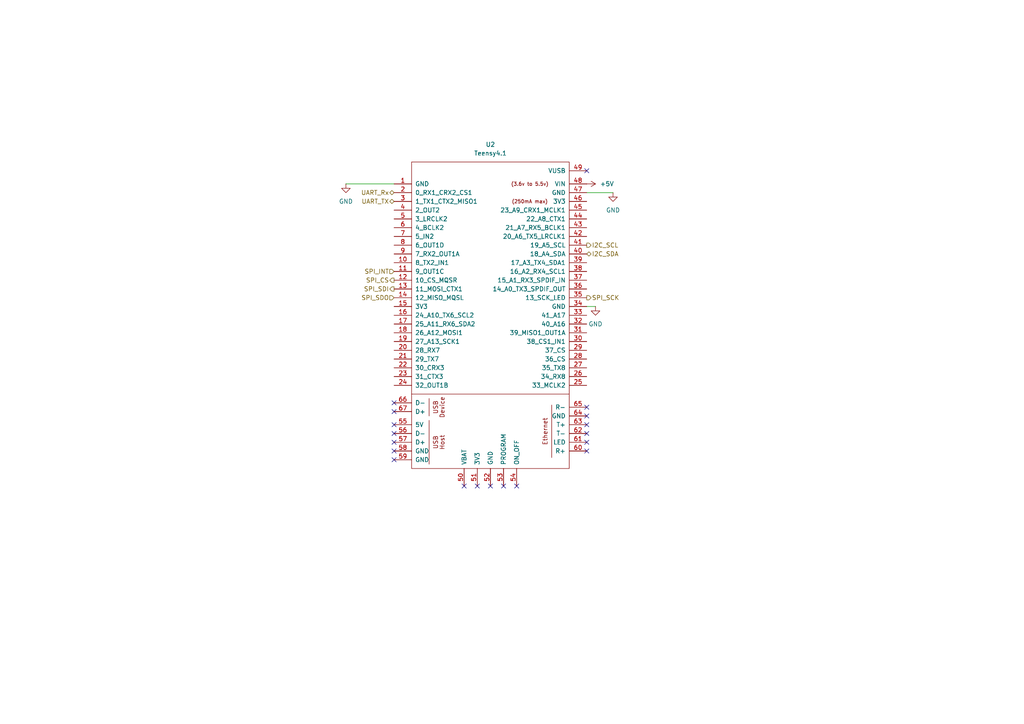
<source format=kicad_sch>
(kicad_sch (version 20250114) (generator "eeschema") (generator_version "9.0")
  (paper "A4")
  (lib_symbols
    (symbol "power:+5V" (power) (pin_numbers (hide yes)) (pin_names (offset 0) (hide yes))
      (property "Value" "+5V" (at 0 3.556 0))
      (symbol "+5V_0_1"
        (polyline (pts (xy -0.762 1.27) (xy 0 2.54)))
        (polyline (pts (xy 0 2.54) (xy 0.762 1.27)))
        (polyline (pts (xy 0 0) (xy 0 2.54)))
      )
      (symbol "+5V_1_1"
        (pin power_in line (at 0 0 90) (length 0) (name "~") (number "1"))
      )
    )
    (symbol "power:GND" (power) (pin_numbers (hide yes)) (pin_names (offset 0) (hide yes))
      (property "Value" "GND" (at 0 -3.81 0))
      (symbol "GND_0_1"
        (polyline (pts (xy 0 0) (xy 0 -1.27) (xy 1.27 -1.27) (xy 0 -2.54) (xy -1.27 -1.27) (xy 0 -1.27)))
      )
      (symbol "GND_1_1"
        (pin power_in line (at 0 0 270) (length 0) (name "~") (number "1"))
      )
    )
    (symbol "teensy:Teensy4.1" (pin_names (offset 1.016))
      (property "Reference" "U" (at 0 64.77 0))
      (property "Value" "Teensy4.1" (at 0 62.23 0))
      (symbol "Teensy4.1_0_0"
        (polyline (pts (xy -22.86 -6.35) (xy 22.86 -6.35)))
        (polyline (pts (xy -17.78 -7.62) (xy -17.78 -12.7)))
        (polyline (pts (xy -17.78 -26.67) (xy -17.78 -13.97)))
        (polyline (pts (xy 17.78 -9.525) (xy 17.78 -24.765)))
        (text "USB" (at -15.875 -10.16 900) (effects (font (size 1.27 1.27))))
        (text "USB" (at -15.875 -20.32 900) (effects (font (size 1.27 1.27))))
        (text "Device" (at -13.97 -10.16 900) (effects (font (size 1.27 1.27))))
        (text "Host" (at -13.97 -20.32 900) (effects (font (size 1.27 1.27))))
        (text "(3.6v to 5.5v)" (at 11.43 54.61 0) (effects (font (size 1.016 1.016))))
        (text "(250mA max)" (at 11.43 49.53 0) (effects (font (size 1.016 1.016))))
        (text "Ethernet" (at 15.875 -17.145 900) (effects (font (size 1.27 1.27))))
        (pin bidirectional line (at -27.94 44.45 0) (length 5.08) (name "3_LRCLK2") (number "5"))
        (pin bidirectional line (at -27.94 41.91 0) (length 5.08) (name "4_BCLK2") (number "6"))
        (pin bidirectional line (at -27.94 39.37 0) (length 5.08) (name "5_IN2") (number "7"))
        (pin bidirectional line (at -27.94 36.83 0) (length 5.08) (name "6_OUT1D") (number "8"))
        (pin bidirectional line (at -27.94 34.29 0) (length 5.08) (name "7_RX2_OUT1A") (number "9"))
        (pin bidirectional line (at -27.94 31.75 0) (length 5.08) (name "8_TX2_IN1") (number "10"))
        (pin bidirectional line (at -27.94 29.21 0) (length 5.08) (name "9_OUT1C") (number "11"))
        (pin bidirectional line (at -27.94 26.67 0) (length 5.08) (name "10_CS_MQSR") (number "12"))
        (pin bidirectional line (at -27.94 24.13 0) (length 5.08) (name "11_MOSI_CTX1") (number "13"))
        (pin bidirectional line (at -27.94 21.59 0) (length 5.08) (name "12_MISO_MQSL") (number "14"))
        (pin power_in line (at -27.94 19.05 0) (length 5.08) (name "3V3") (number "15"))
        (pin bidirectional line (at -27.94 16.51 0) (length 5.08) (name "24_A10_TX6_SCL2") (number "16"))
        (pin bidirectional line (at -27.94 13.97 0) (length 5.08) (name "25_A11_RX6_SDA2") (number "17"))
        (pin bidirectional line (at -27.94 11.43 0) (length 5.08) (name "26_A12_MOSI1") (number "18"))
        (pin bidirectional line (at -27.94 8.89 0) (length 5.08) (name "27_A13_SCK1") (number "19"))
        (pin bidirectional line (at -27.94 6.35 0) (length 5.08) (name "28_RX7") (number "20"))
        (pin bidirectional line (at -27.94 3.81 0) (length 5.08) (name "29_TX7") (number "21"))
        (pin bidirectional line (at -27.94 1.27 0) (length 5.08) (name "30_CRX3") (number "22"))
        (pin bidirectional line (at -27.94 -1.27 0) (length 5.08) (name "31_CTX3") (number "23"))
        (pin bidirectional line (at -27.94 -3.81 0) (length 5.08) (name "32_OUT1B") (number "24"))
        (pin bidirectional line (at -27.94 -8.89 0) (length 5.08) (name "D-") (number "66"))
        (pin bidirectional line (at -27.94 -11.43 0) (length 5.08) (name "D+") (number "67"))
        (pin power_out line (at -27.94 -15.24 0) (length 5.08) (name "5V") (number "55"))
        (pin bidirectional line (at -27.94 -17.78 0) (length 5.08) (name "D-") (number "56"))
        (pin bidirectional line (at -27.94 -20.32 0) (length 5.08) (name "D+") (number "57"))
        (pin power_in line (at -27.94 -22.86 0) (length 5.08) (name "GND") (number "58"))
        (pin power_in line (at -27.94 -25.4 0) (length 5.08) (name "GND") (number "59"))
        (pin power_in line (at -7.62 -33.02 90) (length 5.08) (name "VBAT") (number "50"))
        (pin power_in line (at -3.81 -33.02 90) (length 5.08) (name "3V3") (number "51"))
        (pin input line (at 0 -33.02 90) (length 5.08) (name "GND") (number "52"))
        (pin input line (at 3.81 -33.02 90) (length 5.08) (name "PROGRAM") (number "53"))
        (pin input line (at 7.62 -33.02 90) (length 5.08) (name "ON_OFF") (number "54"))
        (pin power_out line (at 27.94 58.42 180) (length 5.08) (name "VUSB") (number "49"))
        (pin power_in line (at 27.94 54.61 180) (length 5.08) (name "VIN") (number "48"))
        (pin output line (at 27.94 52.07 180) (length 5.08) (name "GND") (number "47"))
        (pin output line (at 27.94 49.53 180) (length 5.08) (name "3V3") (number "46"))
        (pin bidirectional line (at 27.94 46.99 180) (length 5.08) (name "23_A9_CRX1_MCLK1") (number "45"))
        (pin bidirectional line (at 27.94 44.45 180) (length 5.08) (name "22_A8_CTX1") (number "44"))
        (pin bidirectional line (at 27.94 41.91 180) (length 5.08) (name "21_A7_RX5_BCLK1") (number "43"))
        (pin bidirectional line (at 27.94 39.37 180) (length 5.08) (name "20_A6_TX5_LRCLK1") (number "42"))
        (pin bidirectional line (at 27.94 36.83 180) (length 5.08) (name "19_A5_SCL") (number "41"))
        (pin bidirectional line (at 27.94 34.29 180) (length 5.08) (name "18_A4_SDA") (number "40"))
        (pin bidirectional line (at 27.94 31.75 180) (length 5.08) (name "17_A3_TX4_SDA1") (number "39"))
        (pin bidirectional line (at 27.94 29.21 180) (length 5.08) (name "16_A2_RX4_SCL1") (number "38"))
        (pin bidirectional line (at 27.94 26.67 180) (length 5.08) (name "15_A1_RX3_SPDIF_IN") (number "37"))
        (pin bidirectional line (at 27.94 24.13 180) (length 5.08) (name "14_A0_TX3_SPDIF_OUT") (number "36"))
        (pin bidirectional line (at 27.94 21.59 180) (length 5.08) (name "13_SCK_LED") (number "35"))
        (pin bidirectional line (at 27.94 16.51 180) (length 5.08) (name "41_A17") (number "33"))
        (pin bidirectional line (at 27.94 13.97 180) (length 5.08) (name "40_A16") (number "32"))
        (pin bidirectional line (at 27.94 11.43 180) (length 5.08) (name "39_MISO1_OUT1A") (number "31"))
        (pin bidirectional line (at 27.94 8.89 180) (length 5.08) (name "38_CS1_IN1") (number "30"))
        (pin bidirectional line (at 27.94 6.35 180) (length 5.08) (name "37_CS") (number "29"))
        (pin bidirectional line (at 27.94 3.81 180) (length 5.08) (name "36_CS") (number "28"))
        (pin bidirectional line (at 27.94 1.27 180) (length 5.08) (name "35_TX8") (number "27"))
        (pin bidirectional line (at 27.94 -1.27 180) (length 5.08) (name "34_RX8") (number "26"))
        (pin bidirectional line (at 27.94 -3.81 180) (length 5.08) (name "33_MCLK2") (number "25"))
        (pin bidirectional line (at 27.94 -10.16 180) (length 5.08) (name "R-") (number "65"))
        (pin power_in line (at 27.94 -12.7 180) (length 5.08) (name "GND") (number "64"))
        (pin bidirectional line (at 27.94 -15.24 180) (length 5.08) (name "T+") (number "63"))
        (pin bidirectional line (at 27.94 -17.78 180) (length 5.08) (name "T-") (number "62"))
        (pin bidirectional line (at 27.94 -20.32 180) (length 5.08) (name "LED") (number "61"))
        (pin bidirectional line (at 27.94 -22.86 180) (length 5.08) (name "R+") (number "60"))
      )
      (symbol "Teensy4.1_0_1"
        (rectangle (start -22.86 60.96) (end 22.86 -27.94))
        (rectangle (start -20.32 -1.27) (end -20.32 -1.27))
      )
      (symbol "Teensy4.1_1_1"
        (pin power_in line (at -27.94 54.61 0) (length 5.08) (name "GND") (number "1"))
        (pin bidirectional line (at -27.94 52.07 0) (length 5.08) (name "0_RX1_CRX2_CS1") (number "2"))
        (pin bidirectional line (at -27.94 49.53 0) (length 5.08) (name "1_TX1_CTX2_MISO1") (number "3"))
        (pin bidirectional line (at -27.94 46.99 0) (length 5.08) (name "2_OUT2") (number "4"))
        (pin power_in line (at 27.94 19.05 180) (length 5.08) (name "GND") (number "34"))
      )
    )
  )
  (no_connect (at 142.24 140.97))
  (no_connect (at 114.3 133.35))
  (no_connect (at 114.3 130.81))
  (no_connect (at 138.43 140.97))
  (no_connect (at 114.3 128.27))
  (no_connect (at 149.86 140.97))
  (no_connect (at 170.18 123.19))
  (no_connect (at 134.62 140.97))
  (no_connect (at 170.18 125.73))
  (no_connect (at 170.18 118.11))
  (no_connect (at 170.18 128.27))
  (no_connect (at 114.3 123.19))
  (no_connect (at 114.3 119.38))
  (no_connect (at 146.05 140.97))
  (no_connect (at 170.18 120.65))
  (no_connect (at 114.3 125.73))
  (no_connect (at 170.18 49.53))
  (no_connect (at 114.3 116.84))
  (no_connect (at 170.18 130.81))
  (wire (pts (xy 172.72 88.9) (xy 170.18 88.9)))
  (wire (pts (xy 177.8 55.88) (xy 170.18 55.88)))
  (wire (pts (xy 100.33 53.34) (xy 114.3 53.34)))
  (hierarchical_label "SPI_SDO" (shape input) (at 114.3 86.36 180))
  (hierarchical_label "SPI_SDI" (shape output) (at 114.3 83.82 180))
  (hierarchical_label "SPI_SCK" (shape output) (at 170.18 86.36 0))
  (hierarchical_label "UART_Rx" (shape bidirectional) (at 114.3 55.88 180))
  (hierarchical_label "UART_TX" (shape bidirectional) (at 114.3 58.42 180))
  (hierarchical_label "I2C_SCL" (shape output) (at 170.18 71.12 0))
  (hierarchical_label "SPI_INT" (shape input) (at 114.3 78.74 180))
  (hierarchical_label "I2C_SDA" (shape bidirectional) (at 170.18 73.66 0))
  (hierarchical_label "SPI_CS" (shape output) (at 114.3 81.28 180))
  (symbol (lib_id "teensy:Teensy4.1") (at 142.24 107.95 0) (unit 1)
    (property "Reference" "U2" (at 142.24 41.91 0))
    (property "Value" "Teensy4.1" (at 142.24 44.45 0))
  )
  (symbol (lib_id "power:+5V") (at 170.18 53.34 270) (unit 1)
    (property "Reference" "#PWR024" (effects (hide yes)))
    (property "Value" "+5V" (at 173.99 53.3399 90) (effects (justify left)))
    (property "Description" "Power symbol creates a global label with name \"+5V\"" (effects (hide yes)))
  )
  (symbol (lib_id "power:GND") (at 177.8 55.88 0) (unit 1)
    (property "Reference" "#PWR022" (effects (hide yes)))
    (property "Value" "GND" (at 177.8 60.96 0))
    (property "Description" "Power symbol creates a global label with name \"GND\" , ground" (effects (hide yes)))
  )
  (symbol (lib_id "power:GND") (at 172.72 88.9 0) (unit 1)
    (property "Reference" "#PWR025" (effects (hide yes)))
    (property "Value" "GND" (at 172.72 93.98 0))
    (property "Description" "Power symbol creates a global label with name \"GND\" , ground" (effects (hide yes)))
  )
  (symbol (lib_id "power:GND") (at 100.33 53.34 0) (unit 1)
    (property "Reference" "#PWR023" (effects (hide yes)))
    (property "Value" "GND" (at 100.33 58.42 0))
    (property "Description" "Power symbol creates a global label with name \"GND\" , ground" (effects (hide yes)))
  )
)
</source>
